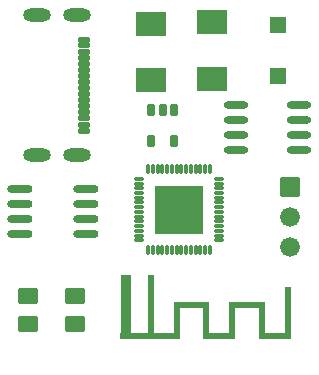
<source format=gts>
G04 Layer: TopSolderMaskLayer*
G04 EasyEDA v6.5.38, 2023-12-01 04:26:50*
G04 a14715bac62b4674aedb9b46894eb211,1c5aeea7b1c04971ae88c05baabc065b,10*
G04 Gerber Generator version 0.2*
G04 Scale: 100 percent, Rotated: No, Reflected: No *
G04 Dimensions in millimeters *
G04 leading zeros omitted , absolute positions ,4 integer and 5 decimal *
%FSLAX45Y45*%
%MOMM*%

%AMMACRO1*1,1,$1,$2,$3*1,1,$1,$4,$5*1,1,$1,0-$2,0-$3*1,1,$1,0-$4,0-$5*20,1,$1,$2,$3,$4,$5,0*20,1,$1,$4,$5,0-$2,0-$3,0*20,1,$1,0-$2,0-$3,0-$4,0-$5,0*20,1,$1,0-$4,0-$5,$2,$3,0*4,1,4,$2,$3,$4,$5,0-$2,0-$3,0-$4,0-$5,$2,$3,0*%
%AMMACRO2*21,1,$1,$2,0,0,$3*%
%ADD10R,2.5016X2.1016*%
%ADD11MACRO1,0.1016X0.7874X0.7874X0.7874X-0.7874*%
%ADD12C,1.6764*%
%ADD13R,1.4616X1.3316*%
%ADD14MACRO1,0.1016X0.3325X-0.1X-0.3325X-0.1*%
%ADD15MACRO1,0.1016X0.1X-0.3325X-0.1X-0.3325*%
%ADD16MACRO1,0.1016X2X-2X-2X-2*%
%ADD17O,2.1466048X0.68961*%
%ADD18O,2.051812X0.6700012*%
%ADD19MACRO1,0.102X0.425X0.175X0.425X-0.175*%
%ADD20O,2.3520146X1.1020044*%
%ADD21MACRO2,0.9002X4.8999X0.0000*%
%ADD22MACRO2,0.5001X5X-90.0000*%
%ADD23MACRO2,0.5001X4.8999X0.0000*%
%ADD24MACRO2,0.4999X2.6398X0.0000*%
%ADD25MACRO2,0.4999X2X-90.0000*%
%ADD26MACRO2,0.5001X2.6401X0.0000*%
%ADD27MACRO2,0.5001X2.7X-90.0000*%
%ADD28MACRO2,0.5001X2.6398X0.0000*%
%ADD29MACRO2,0.4999X3.9398X0.0000*%
%ADD30MACRO1,0.1016X0.25X-0.45X-0.25X-0.45*%
%ADD31MACRO1,0.1016X-0.8X0.6X-0.8X-0.6*%
%ADD32MACRO1,0.1016X0.8X0.6X0.8X-0.6*%
%ADD33MACRO1,0.1016X0.8X-0.6X0.8X0.6*%
%ADD34MACRO1,0.1016X-0.8X-0.6X-0.8X0.6*%

%LPD*%
D10*
G01*
X2019300Y6412204D03*
G01*
X2019300Y5932220D03*
G01*
X2540000Y6424904D03*
G01*
X2540000Y5944920D03*
D11*
G01*
X3200400Y5029200D03*
D12*
G01*
X3200400Y4775200D03*
G01*
X3200400Y4521200D03*
D13*
G01*
X3098800Y5966409D03*
G01*
X3098800Y6403390D03*
D14*
G01*
X2601352Y4578692D03*
G01*
X2601352Y4618697D03*
G01*
X2601352Y4658702D03*
G01*
X2601352Y4698682D03*
G01*
X2601352Y4738687D03*
G01*
X2601352Y4778692D03*
G01*
X2601352Y4818697D03*
G01*
X2601352Y4858702D03*
G01*
X2601352Y4898682D03*
G01*
X2601352Y4938687D03*
G01*
X2601352Y4978692D03*
G01*
X2601352Y5018697D03*
G01*
X2601352Y5058702D03*
G01*
X2601352Y5098681D03*
D15*
G01*
X2520581Y5179454D03*
G01*
X2480602Y5179454D03*
G01*
X2440597Y5179454D03*
G01*
X2400592Y5179454D03*
G01*
X2360587Y5179454D03*
G01*
X2320582Y5179454D03*
G01*
X2280602Y5179454D03*
G01*
X2240597Y5179454D03*
G01*
X2200592Y5179454D03*
G01*
X2160587Y5179454D03*
G01*
X2120582Y5179454D03*
G01*
X2080602Y5179454D03*
G01*
X2040597Y5179454D03*
G01*
X2000592Y5179454D03*
D14*
G01*
X1919845Y5098681D03*
G01*
X1919845Y5058702D03*
G01*
X1919845Y5018697D03*
G01*
X1919845Y4978692D03*
G01*
X1919845Y4938687D03*
G01*
X1919845Y4898682D03*
G01*
X1919845Y4858702D03*
G01*
X1919845Y4818697D03*
G01*
X1919845Y4778692D03*
G01*
X1919845Y4738687D03*
G01*
X1919845Y4698682D03*
G01*
X1919845Y4658702D03*
G01*
X1919845Y4618697D03*
G01*
X1919845Y4578692D03*
D15*
G01*
X2000592Y4497946D03*
G01*
X2040597Y4497946D03*
G01*
X2080602Y4497946D03*
G01*
X2120582Y4497946D03*
G01*
X2160587Y4497946D03*
G01*
X2200592Y4497946D03*
G01*
X2240597Y4497946D03*
G01*
X2280602Y4497946D03*
G01*
X2320582Y4497946D03*
G01*
X2360587Y4497946D03*
G01*
X2400592Y4497946D03*
G01*
X2440597Y4497946D03*
G01*
X2480602Y4497946D03*
G01*
X2520581Y4497946D03*
D16*
G01*
X2260587Y4838687D03*
D17*
G01*
X916559Y5016500D03*
G01*
X916559Y4889500D03*
G01*
X916559Y4762500D03*
G01*
X916559Y4635500D03*
G01*
X1471040Y5016500D03*
G01*
X1471040Y4889500D03*
G01*
X1471040Y4762500D03*
G01*
X1471040Y4635500D03*
D18*
G01*
X2739390Y5727700D03*
G01*
X2739390Y5600700D03*
G01*
X2739390Y5473700D03*
G01*
X2739390Y5346700D03*
G01*
X3280409Y5727700D03*
G01*
X3280409Y5600700D03*
G01*
X3280409Y5473700D03*
G01*
X3280409Y5346700D03*
D19*
G01*
X1455051Y5817816D03*
G01*
X1455049Y5767804D03*
G01*
X1455049Y5717804D03*
G01*
X1455049Y5662805D03*
G01*
X1455049Y5612805D03*
G01*
X1455049Y5557804D03*
G01*
X1455049Y5507804D03*
G01*
X1455049Y5867803D03*
G01*
X1455049Y5917803D03*
G01*
X1455049Y5967803D03*
G01*
X1455049Y6017803D03*
G01*
X1455049Y6067803D03*
G01*
X1455049Y6122804D03*
G01*
X1455049Y6172804D03*
G01*
X1455049Y6227803D03*
G01*
X1455049Y6277803D03*
D20*
G01*
X1394561Y5302808D03*
G01*
X1394561Y6482791D03*
G01*
X1059561Y6482791D03*
G01*
X1059561Y5302808D03*
D21*
G01*
X1810283Y4034904D03*
D22*
G01*
X2015274Y3764902D03*
D23*
G01*
X2020277Y4034904D03*
D24*
G01*
X2240280Y3921899D03*
D25*
G01*
X2365273Y4028897D03*
D26*
G01*
X2490304Y3921886D03*
D27*
G01*
X2600274Y3764902D03*
D28*
G01*
X2710319Y3921874D03*
D25*
G01*
X2835325Y4028897D03*
D28*
G01*
X2960306Y3921874D03*
D27*
G01*
X3070275Y3764902D03*
D29*
G01*
X3180283Y3986898D03*
D30*
G01*
X2215907Y5679898D03*
G01*
X2120908Y5679898D03*
G01*
X2025907Y5679898D03*
G01*
X2025907Y5419896D03*
G01*
X2215907Y5419896D03*
D31*
G01*
X1381099Y4107799D03*
D32*
G01*
X981100Y4107799D03*
D33*
G01*
X981100Y3867800D03*
D34*
G01*
X1381099Y3867800D03*
M02*

</source>
